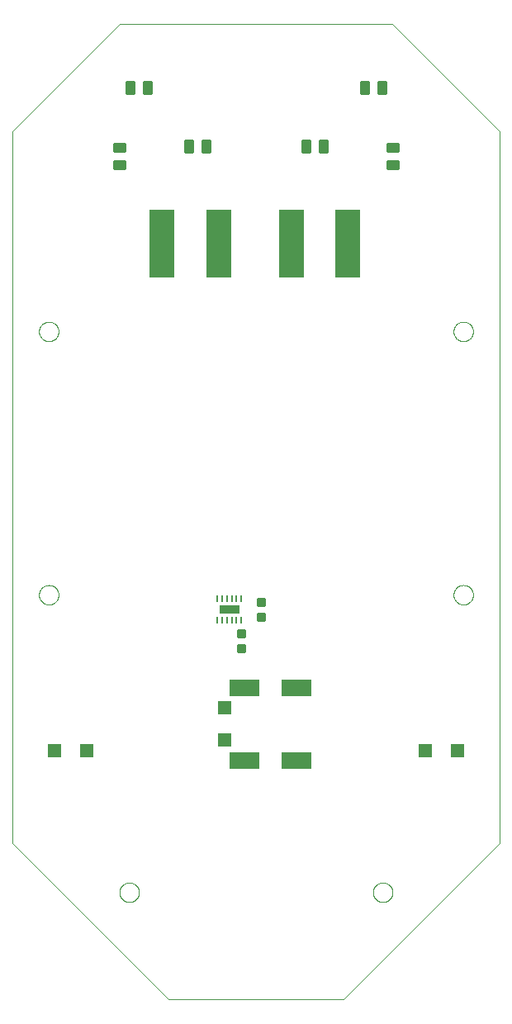
<source format=gtp>
G75*
%MOIN*%
%OFA0B0*%
%FSLAX25Y25*%
%IPPOS*%
%LPD*%
%AMOC8*
5,1,8,0,0,1.08239X$1,22.5*
%
%ADD10C,0.00000*%
%ADD11C,0.01000*%
%ADD12R,0.05500X0.05500*%
%ADD13C,0.00875*%
%ADD14R,0.09843X0.27559*%
%ADD15R,0.00984X0.03150*%
%ADD16R,0.07874X0.03543*%
%ADD17R,0.12000X0.06500*%
D10*
X0064492Y0011220D02*
X0001500Y0074213D01*
X0001500Y0361614D01*
X0044807Y0404921D01*
X0155043Y0404921D01*
X0198350Y0361614D01*
X0198350Y0074213D01*
X0135358Y0011220D01*
X0064492Y0011220D01*
X0044807Y0054528D02*
X0044809Y0054653D01*
X0044815Y0054778D01*
X0044825Y0054902D01*
X0044839Y0055026D01*
X0044856Y0055150D01*
X0044878Y0055273D01*
X0044904Y0055395D01*
X0044933Y0055517D01*
X0044966Y0055637D01*
X0045004Y0055756D01*
X0045044Y0055875D01*
X0045089Y0055991D01*
X0045137Y0056106D01*
X0045189Y0056220D01*
X0045245Y0056332D01*
X0045304Y0056442D01*
X0045366Y0056550D01*
X0045432Y0056657D01*
X0045501Y0056761D01*
X0045574Y0056862D01*
X0045649Y0056962D01*
X0045728Y0057059D01*
X0045810Y0057153D01*
X0045895Y0057245D01*
X0045982Y0057334D01*
X0046073Y0057420D01*
X0046166Y0057503D01*
X0046262Y0057584D01*
X0046360Y0057661D01*
X0046460Y0057735D01*
X0046563Y0057806D01*
X0046668Y0057873D01*
X0046776Y0057938D01*
X0046885Y0057998D01*
X0046996Y0058056D01*
X0047109Y0058109D01*
X0047223Y0058159D01*
X0047339Y0058206D01*
X0047456Y0058248D01*
X0047575Y0058287D01*
X0047695Y0058323D01*
X0047816Y0058354D01*
X0047938Y0058382D01*
X0048060Y0058405D01*
X0048184Y0058425D01*
X0048308Y0058441D01*
X0048432Y0058453D01*
X0048557Y0058461D01*
X0048682Y0058465D01*
X0048806Y0058465D01*
X0048931Y0058461D01*
X0049056Y0058453D01*
X0049180Y0058441D01*
X0049304Y0058425D01*
X0049428Y0058405D01*
X0049550Y0058382D01*
X0049672Y0058354D01*
X0049793Y0058323D01*
X0049913Y0058287D01*
X0050032Y0058248D01*
X0050149Y0058206D01*
X0050265Y0058159D01*
X0050379Y0058109D01*
X0050492Y0058056D01*
X0050603Y0057998D01*
X0050713Y0057938D01*
X0050820Y0057873D01*
X0050925Y0057806D01*
X0051028Y0057735D01*
X0051128Y0057661D01*
X0051226Y0057584D01*
X0051322Y0057503D01*
X0051415Y0057420D01*
X0051506Y0057334D01*
X0051593Y0057245D01*
X0051678Y0057153D01*
X0051760Y0057059D01*
X0051839Y0056962D01*
X0051914Y0056862D01*
X0051987Y0056761D01*
X0052056Y0056657D01*
X0052122Y0056550D01*
X0052184Y0056442D01*
X0052243Y0056332D01*
X0052299Y0056220D01*
X0052351Y0056106D01*
X0052399Y0055991D01*
X0052444Y0055875D01*
X0052484Y0055756D01*
X0052522Y0055637D01*
X0052555Y0055517D01*
X0052584Y0055395D01*
X0052610Y0055273D01*
X0052632Y0055150D01*
X0052649Y0055026D01*
X0052663Y0054902D01*
X0052673Y0054778D01*
X0052679Y0054653D01*
X0052681Y0054528D01*
X0052679Y0054403D01*
X0052673Y0054278D01*
X0052663Y0054154D01*
X0052649Y0054030D01*
X0052632Y0053906D01*
X0052610Y0053783D01*
X0052584Y0053661D01*
X0052555Y0053539D01*
X0052522Y0053419D01*
X0052484Y0053300D01*
X0052444Y0053181D01*
X0052399Y0053065D01*
X0052351Y0052950D01*
X0052299Y0052836D01*
X0052243Y0052724D01*
X0052184Y0052614D01*
X0052122Y0052506D01*
X0052056Y0052399D01*
X0051987Y0052295D01*
X0051914Y0052194D01*
X0051839Y0052094D01*
X0051760Y0051997D01*
X0051678Y0051903D01*
X0051593Y0051811D01*
X0051506Y0051722D01*
X0051415Y0051636D01*
X0051322Y0051553D01*
X0051226Y0051472D01*
X0051128Y0051395D01*
X0051028Y0051321D01*
X0050925Y0051250D01*
X0050820Y0051183D01*
X0050712Y0051118D01*
X0050603Y0051058D01*
X0050492Y0051000D01*
X0050379Y0050947D01*
X0050265Y0050897D01*
X0050149Y0050850D01*
X0050032Y0050808D01*
X0049913Y0050769D01*
X0049793Y0050733D01*
X0049672Y0050702D01*
X0049550Y0050674D01*
X0049428Y0050651D01*
X0049304Y0050631D01*
X0049180Y0050615D01*
X0049056Y0050603D01*
X0048931Y0050595D01*
X0048806Y0050591D01*
X0048682Y0050591D01*
X0048557Y0050595D01*
X0048432Y0050603D01*
X0048308Y0050615D01*
X0048184Y0050631D01*
X0048060Y0050651D01*
X0047938Y0050674D01*
X0047816Y0050702D01*
X0047695Y0050733D01*
X0047575Y0050769D01*
X0047456Y0050808D01*
X0047339Y0050850D01*
X0047223Y0050897D01*
X0047109Y0050947D01*
X0046996Y0051000D01*
X0046885Y0051058D01*
X0046775Y0051118D01*
X0046668Y0051183D01*
X0046563Y0051250D01*
X0046460Y0051321D01*
X0046360Y0051395D01*
X0046262Y0051472D01*
X0046166Y0051553D01*
X0046073Y0051636D01*
X0045982Y0051722D01*
X0045895Y0051811D01*
X0045810Y0051903D01*
X0045728Y0051997D01*
X0045649Y0052094D01*
X0045574Y0052194D01*
X0045501Y0052295D01*
X0045432Y0052399D01*
X0045366Y0052506D01*
X0045304Y0052614D01*
X0045245Y0052724D01*
X0045189Y0052836D01*
X0045137Y0052950D01*
X0045089Y0053065D01*
X0045044Y0053181D01*
X0045004Y0053300D01*
X0044966Y0053419D01*
X0044933Y0053539D01*
X0044904Y0053661D01*
X0044878Y0053783D01*
X0044856Y0053906D01*
X0044839Y0054030D01*
X0044825Y0054154D01*
X0044815Y0054278D01*
X0044809Y0054403D01*
X0044807Y0054528D01*
X0012327Y0174606D02*
X0012329Y0174731D01*
X0012335Y0174856D01*
X0012345Y0174980D01*
X0012359Y0175104D01*
X0012376Y0175228D01*
X0012398Y0175351D01*
X0012424Y0175473D01*
X0012453Y0175595D01*
X0012486Y0175715D01*
X0012524Y0175834D01*
X0012564Y0175953D01*
X0012609Y0176069D01*
X0012657Y0176184D01*
X0012709Y0176298D01*
X0012765Y0176410D01*
X0012824Y0176520D01*
X0012886Y0176628D01*
X0012952Y0176735D01*
X0013021Y0176839D01*
X0013094Y0176940D01*
X0013169Y0177040D01*
X0013248Y0177137D01*
X0013330Y0177231D01*
X0013415Y0177323D01*
X0013502Y0177412D01*
X0013593Y0177498D01*
X0013686Y0177581D01*
X0013782Y0177662D01*
X0013880Y0177739D01*
X0013980Y0177813D01*
X0014083Y0177884D01*
X0014188Y0177951D01*
X0014296Y0178016D01*
X0014405Y0178076D01*
X0014516Y0178134D01*
X0014629Y0178187D01*
X0014743Y0178237D01*
X0014859Y0178284D01*
X0014976Y0178326D01*
X0015095Y0178365D01*
X0015215Y0178401D01*
X0015336Y0178432D01*
X0015458Y0178460D01*
X0015580Y0178483D01*
X0015704Y0178503D01*
X0015828Y0178519D01*
X0015952Y0178531D01*
X0016077Y0178539D01*
X0016202Y0178543D01*
X0016326Y0178543D01*
X0016451Y0178539D01*
X0016576Y0178531D01*
X0016700Y0178519D01*
X0016824Y0178503D01*
X0016948Y0178483D01*
X0017070Y0178460D01*
X0017192Y0178432D01*
X0017313Y0178401D01*
X0017433Y0178365D01*
X0017552Y0178326D01*
X0017669Y0178284D01*
X0017785Y0178237D01*
X0017899Y0178187D01*
X0018012Y0178134D01*
X0018123Y0178076D01*
X0018233Y0178016D01*
X0018340Y0177951D01*
X0018445Y0177884D01*
X0018548Y0177813D01*
X0018648Y0177739D01*
X0018746Y0177662D01*
X0018842Y0177581D01*
X0018935Y0177498D01*
X0019026Y0177412D01*
X0019113Y0177323D01*
X0019198Y0177231D01*
X0019280Y0177137D01*
X0019359Y0177040D01*
X0019434Y0176940D01*
X0019507Y0176839D01*
X0019576Y0176735D01*
X0019642Y0176628D01*
X0019704Y0176520D01*
X0019763Y0176410D01*
X0019819Y0176298D01*
X0019871Y0176184D01*
X0019919Y0176069D01*
X0019964Y0175953D01*
X0020004Y0175834D01*
X0020042Y0175715D01*
X0020075Y0175595D01*
X0020104Y0175473D01*
X0020130Y0175351D01*
X0020152Y0175228D01*
X0020169Y0175104D01*
X0020183Y0174980D01*
X0020193Y0174856D01*
X0020199Y0174731D01*
X0020201Y0174606D01*
X0020199Y0174481D01*
X0020193Y0174356D01*
X0020183Y0174232D01*
X0020169Y0174108D01*
X0020152Y0173984D01*
X0020130Y0173861D01*
X0020104Y0173739D01*
X0020075Y0173617D01*
X0020042Y0173497D01*
X0020004Y0173378D01*
X0019964Y0173259D01*
X0019919Y0173143D01*
X0019871Y0173028D01*
X0019819Y0172914D01*
X0019763Y0172802D01*
X0019704Y0172692D01*
X0019642Y0172584D01*
X0019576Y0172477D01*
X0019507Y0172373D01*
X0019434Y0172272D01*
X0019359Y0172172D01*
X0019280Y0172075D01*
X0019198Y0171981D01*
X0019113Y0171889D01*
X0019026Y0171800D01*
X0018935Y0171714D01*
X0018842Y0171631D01*
X0018746Y0171550D01*
X0018648Y0171473D01*
X0018548Y0171399D01*
X0018445Y0171328D01*
X0018340Y0171261D01*
X0018232Y0171196D01*
X0018123Y0171136D01*
X0018012Y0171078D01*
X0017899Y0171025D01*
X0017785Y0170975D01*
X0017669Y0170928D01*
X0017552Y0170886D01*
X0017433Y0170847D01*
X0017313Y0170811D01*
X0017192Y0170780D01*
X0017070Y0170752D01*
X0016948Y0170729D01*
X0016824Y0170709D01*
X0016700Y0170693D01*
X0016576Y0170681D01*
X0016451Y0170673D01*
X0016326Y0170669D01*
X0016202Y0170669D01*
X0016077Y0170673D01*
X0015952Y0170681D01*
X0015828Y0170693D01*
X0015704Y0170709D01*
X0015580Y0170729D01*
X0015458Y0170752D01*
X0015336Y0170780D01*
X0015215Y0170811D01*
X0015095Y0170847D01*
X0014976Y0170886D01*
X0014859Y0170928D01*
X0014743Y0170975D01*
X0014629Y0171025D01*
X0014516Y0171078D01*
X0014405Y0171136D01*
X0014295Y0171196D01*
X0014188Y0171261D01*
X0014083Y0171328D01*
X0013980Y0171399D01*
X0013880Y0171473D01*
X0013782Y0171550D01*
X0013686Y0171631D01*
X0013593Y0171714D01*
X0013502Y0171800D01*
X0013415Y0171889D01*
X0013330Y0171981D01*
X0013248Y0172075D01*
X0013169Y0172172D01*
X0013094Y0172272D01*
X0013021Y0172373D01*
X0012952Y0172477D01*
X0012886Y0172584D01*
X0012824Y0172692D01*
X0012765Y0172802D01*
X0012709Y0172914D01*
X0012657Y0173028D01*
X0012609Y0173143D01*
X0012564Y0173259D01*
X0012524Y0173378D01*
X0012486Y0173497D01*
X0012453Y0173617D01*
X0012424Y0173739D01*
X0012398Y0173861D01*
X0012376Y0173984D01*
X0012359Y0174108D01*
X0012345Y0174232D01*
X0012335Y0174356D01*
X0012329Y0174481D01*
X0012327Y0174606D01*
X0012327Y0280906D02*
X0012329Y0281031D01*
X0012335Y0281156D01*
X0012345Y0281280D01*
X0012359Y0281404D01*
X0012376Y0281528D01*
X0012398Y0281651D01*
X0012424Y0281773D01*
X0012453Y0281895D01*
X0012486Y0282015D01*
X0012524Y0282134D01*
X0012564Y0282253D01*
X0012609Y0282369D01*
X0012657Y0282484D01*
X0012709Y0282598D01*
X0012765Y0282710D01*
X0012824Y0282820D01*
X0012886Y0282928D01*
X0012952Y0283035D01*
X0013021Y0283139D01*
X0013094Y0283240D01*
X0013169Y0283340D01*
X0013248Y0283437D01*
X0013330Y0283531D01*
X0013415Y0283623D01*
X0013502Y0283712D01*
X0013593Y0283798D01*
X0013686Y0283881D01*
X0013782Y0283962D01*
X0013880Y0284039D01*
X0013980Y0284113D01*
X0014083Y0284184D01*
X0014188Y0284251D01*
X0014296Y0284316D01*
X0014405Y0284376D01*
X0014516Y0284434D01*
X0014629Y0284487D01*
X0014743Y0284537D01*
X0014859Y0284584D01*
X0014976Y0284626D01*
X0015095Y0284665D01*
X0015215Y0284701D01*
X0015336Y0284732D01*
X0015458Y0284760D01*
X0015580Y0284783D01*
X0015704Y0284803D01*
X0015828Y0284819D01*
X0015952Y0284831D01*
X0016077Y0284839D01*
X0016202Y0284843D01*
X0016326Y0284843D01*
X0016451Y0284839D01*
X0016576Y0284831D01*
X0016700Y0284819D01*
X0016824Y0284803D01*
X0016948Y0284783D01*
X0017070Y0284760D01*
X0017192Y0284732D01*
X0017313Y0284701D01*
X0017433Y0284665D01*
X0017552Y0284626D01*
X0017669Y0284584D01*
X0017785Y0284537D01*
X0017899Y0284487D01*
X0018012Y0284434D01*
X0018123Y0284376D01*
X0018233Y0284316D01*
X0018340Y0284251D01*
X0018445Y0284184D01*
X0018548Y0284113D01*
X0018648Y0284039D01*
X0018746Y0283962D01*
X0018842Y0283881D01*
X0018935Y0283798D01*
X0019026Y0283712D01*
X0019113Y0283623D01*
X0019198Y0283531D01*
X0019280Y0283437D01*
X0019359Y0283340D01*
X0019434Y0283240D01*
X0019507Y0283139D01*
X0019576Y0283035D01*
X0019642Y0282928D01*
X0019704Y0282820D01*
X0019763Y0282710D01*
X0019819Y0282598D01*
X0019871Y0282484D01*
X0019919Y0282369D01*
X0019964Y0282253D01*
X0020004Y0282134D01*
X0020042Y0282015D01*
X0020075Y0281895D01*
X0020104Y0281773D01*
X0020130Y0281651D01*
X0020152Y0281528D01*
X0020169Y0281404D01*
X0020183Y0281280D01*
X0020193Y0281156D01*
X0020199Y0281031D01*
X0020201Y0280906D01*
X0020199Y0280781D01*
X0020193Y0280656D01*
X0020183Y0280532D01*
X0020169Y0280408D01*
X0020152Y0280284D01*
X0020130Y0280161D01*
X0020104Y0280039D01*
X0020075Y0279917D01*
X0020042Y0279797D01*
X0020004Y0279678D01*
X0019964Y0279559D01*
X0019919Y0279443D01*
X0019871Y0279328D01*
X0019819Y0279214D01*
X0019763Y0279102D01*
X0019704Y0278992D01*
X0019642Y0278884D01*
X0019576Y0278777D01*
X0019507Y0278673D01*
X0019434Y0278572D01*
X0019359Y0278472D01*
X0019280Y0278375D01*
X0019198Y0278281D01*
X0019113Y0278189D01*
X0019026Y0278100D01*
X0018935Y0278014D01*
X0018842Y0277931D01*
X0018746Y0277850D01*
X0018648Y0277773D01*
X0018548Y0277699D01*
X0018445Y0277628D01*
X0018340Y0277561D01*
X0018232Y0277496D01*
X0018123Y0277436D01*
X0018012Y0277378D01*
X0017899Y0277325D01*
X0017785Y0277275D01*
X0017669Y0277228D01*
X0017552Y0277186D01*
X0017433Y0277147D01*
X0017313Y0277111D01*
X0017192Y0277080D01*
X0017070Y0277052D01*
X0016948Y0277029D01*
X0016824Y0277009D01*
X0016700Y0276993D01*
X0016576Y0276981D01*
X0016451Y0276973D01*
X0016326Y0276969D01*
X0016202Y0276969D01*
X0016077Y0276973D01*
X0015952Y0276981D01*
X0015828Y0276993D01*
X0015704Y0277009D01*
X0015580Y0277029D01*
X0015458Y0277052D01*
X0015336Y0277080D01*
X0015215Y0277111D01*
X0015095Y0277147D01*
X0014976Y0277186D01*
X0014859Y0277228D01*
X0014743Y0277275D01*
X0014629Y0277325D01*
X0014516Y0277378D01*
X0014405Y0277436D01*
X0014295Y0277496D01*
X0014188Y0277561D01*
X0014083Y0277628D01*
X0013980Y0277699D01*
X0013880Y0277773D01*
X0013782Y0277850D01*
X0013686Y0277931D01*
X0013593Y0278014D01*
X0013502Y0278100D01*
X0013415Y0278189D01*
X0013330Y0278281D01*
X0013248Y0278375D01*
X0013169Y0278472D01*
X0013094Y0278572D01*
X0013021Y0278673D01*
X0012952Y0278777D01*
X0012886Y0278884D01*
X0012824Y0278992D01*
X0012765Y0279102D01*
X0012709Y0279214D01*
X0012657Y0279328D01*
X0012609Y0279443D01*
X0012564Y0279559D01*
X0012524Y0279678D01*
X0012486Y0279797D01*
X0012453Y0279917D01*
X0012424Y0280039D01*
X0012398Y0280161D01*
X0012376Y0280284D01*
X0012359Y0280408D01*
X0012345Y0280532D01*
X0012335Y0280656D01*
X0012329Y0280781D01*
X0012327Y0280906D01*
X0147169Y0054528D02*
X0147171Y0054653D01*
X0147177Y0054778D01*
X0147187Y0054902D01*
X0147201Y0055026D01*
X0147218Y0055150D01*
X0147240Y0055273D01*
X0147266Y0055395D01*
X0147295Y0055517D01*
X0147328Y0055637D01*
X0147366Y0055756D01*
X0147406Y0055875D01*
X0147451Y0055991D01*
X0147499Y0056106D01*
X0147551Y0056220D01*
X0147607Y0056332D01*
X0147666Y0056442D01*
X0147728Y0056550D01*
X0147794Y0056657D01*
X0147863Y0056761D01*
X0147936Y0056862D01*
X0148011Y0056962D01*
X0148090Y0057059D01*
X0148172Y0057153D01*
X0148257Y0057245D01*
X0148344Y0057334D01*
X0148435Y0057420D01*
X0148528Y0057503D01*
X0148624Y0057584D01*
X0148722Y0057661D01*
X0148822Y0057735D01*
X0148925Y0057806D01*
X0149030Y0057873D01*
X0149138Y0057938D01*
X0149247Y0057998D01*
X0149358Y0058056D01*
X0149471Y0058109D01*
X0149585Y0058159D01*
X0149701Y0058206D01*
X0149818Y0058248D01*
X0149937Y0058287D01*
X0150057Y0058323D01*
X0150178Y0058354D01*
X0150300Y0058382D01*
X0150422Y0058405D01*
X0150546Y0058425D01*
X0150670Y0058441D01*
X0150794Y0058453D01*
X0150919Y0058461D01*
X0151044Y0058465D01*
X0151168Y0058465D01*
X0151293Y0058461D01*
X0151418Y0058453D01*
X0151542Y0058441D01*
X0151666Y0058425D01*
X0151790Y0058405D01*
X0151912Y0058382D01*
X0152034Y0058354D01*
X0152155Y0058323D01*
X0152275Y0058287D01*
X0152394Y0058248D01*
X0152511Y0058206D01*
X0152627Y0058159D01*
X0152741Y0058109D01*
X0152854Y0058056D01*
X0152965Y0057998D01*
X0153075Y0057938D01*
X0153182Y0057873D01*
X0153287Y0057806D01*
X0153390Y0057735D01*
X0153490Y0057661D01*
X0153588Y0057584D01*
X0153684Y0057503D01*
X0153777Y0057420D01*
X0153868Y0057334D01*
X0153955Y0057245D01*
X0154040Y0057153D01*
X0154122Y0057059D01*
X0154201Y0056962D01*
X0154276Y0056862D01*
X0154349Y0056761D01*
X0154418Y0056657D01*
X0154484Y0056550D01*
X0154546Y0056442D01*
X0154605Y0056332D01*
X0154661Y0056220D01*
X0154713Y0056106D01*
X0154761Y0055991D01*
X0154806Y0055875D01*
X0154846Y0055756D01*
X0154884Y0055637D01*
X0154917Y0055517D01*
X0154946Y0055395D01*
X0154972Y0055273D01*
X0154994Y0055150D01*
X0155011Y0055026D01*
X0155025Y0054902D01*
X0155035Y0054778D01*
X0155041Y0054653D01*
X0155043Y0054528D01*
X0155041Y0054403D01*
X0155035Y0054278D01*
X0155025Y0054154D01*
X0155011Y0054030D01*
X0154994Y0053906D01*
X0154972Y0053783D01*
X0154946Y0053661D01*
X0154917Y0053539D01*
X0154884Y0053419D01*
X0154846Y0053300D01*
X0154806Y0053181D01*
X0154761Y0053065D01*
X0154713Y0052950D01*
X0154661Y0052836D01*
X0154605Y0052724D01*
X0154546Y0052614D01*
X0154484Y0052506D01*
X0154418Y0052399D01*
X0154349Y0052295D01*
X0154276Y0052194D01*
X0154201Y0052094D01*
X0154122Y0051997D01*
X0154040Y0051903D01*
X0153955Y0051811D01*
X0153868Y0051722D01*
X0153777Y0051636D01*
X0153684Y0051553D01*
X0153588Y0051472D01*
X0153490Y0051395D01*
X0153390Y0051321D01*
X0153287Y0051250D01*
X0153182Y0051183D01*
X0153074Y0051118D01*
X0152965Y0051058D01*
X0152854Y0051000D01*
X0152741Y0050947D01*
X0152627Y0050897D01*
X0152511Y0050850D01*
X0152394Y0050808D01*
X0152275Y0050769D01*
X0152155Y0050733D01*
X0152034Y0050702D01*
X0151912Y0050674D01*
X0151790Y0050651D01*
X0151666Y0050631D01*
X0151542Y0050615D01*
X0151418Y0050603D01*
X0151293Y0050595D01*
X0151168Y0050591D01*
X0151044Y0050591D01*
X0150919Y0050595D01*
X0150794Y0050603D01*
X0150670Y0050615D01*
X0150546Y0050631D01*
X0150422Y0050651D01*
X0150300Y0050674D01*
X0150178Y0050702D01*
X0150057Y0050733D01*
X0149937Y0050769D01*
X0149818Y0050808D01*
X0149701Y0050850D01*
X0149585Y0050897D01*
X0149471Y0050947D01*
X0149358Y0051000D01*
X0149247Y0051058D01*
X0149137Y0051118D01*
X0149030Y0051183D01*
X0148925Y0051250D01*
X0148822Y0051321D01*
X0148722Y0051395D01*
X0148624Y0051472D01*
X0148528Y0051553D01*
X0148435Y0051636D01*
X0148344Y0051722D01*
X0148257Y0051811D01*
X0148172Y0051903D01*
X0148090Y0051997D01*
X0148011Y0052094D01*
X0147936Y0052194D01*
X0147863Y0052295D01*
X0147794Y0052399D01*
X0147728Y0052506D01*
X0147666Y0052614D01*
X0147607Y0052724D01*
X0147551Y0052836D01*
X0147499Y0052950D01*
X0147451Y0053065D01*
X0147406Y0053181D01*
X0147366Y0053300D01*
X0147328Y0053419D01*
X0147295Y0053539D01*
X0147266Y0053661D01*
X0147240Y0053783D01*
X0147218Y0053906D01*
X0147201Y0054030D01*
X0147187Y0054154D01*
X0147177Y0054278D01*
X0147171Y0054403D01*
X0147169Y0054528D01*
X0179650Y0174606D02*
X0179652Y0174731D01*
X0179658Y0174856D01*
X0179668Y0174980D01*
X0179682Y0175104D01*
X0179699Y0175228D01*
X0179721Y0175351D01*
X0179747Y0175473D01*
X0179776Y0175595D01*
X0179809Y0175715D01*
X0179847Y0175834D01*
X0179887Y0175953D01*
X0179932Y0176069D01*
X0179980Y0176184D01*
X0180032Y0176298D01*
X0180088Y0176410D01*
X0180147Y0176520D01*
X0180209Y0176628D01*
X0180275Y0176735D01*
X0180344Y0176839D01*
X0180417Y0176940D01*
X0180492Y0177040D01*
X0180571Y0177137D01*
X0180653Y0177231D01*
X0180738Y0177323D01*
X0180825Y0177412D01*
X0180916Y0177498D01*
X0181009Y0177581D01*
X0181105Y0177662D01*
X0181203Y0177739D01*
X0181303Y0177813D01*
X0181406Y0177884D01*
X0181511Y0177951D01*
X0181619Y0178016D01*
X0181728Y0178076D01*
X0181839Y0178134D01*
X0181952Y0178187D01*
X0182066Y0178237D01*
X0182182Y0178284D01*
X0182299Y0178326D01*
X0182418Y0178365D01*
X0182538Y0178401D01*
X0182659Y0178432D01*
X0182781Y0178460D01*
X0182903Y0178483D01*
X0183027Y0178503D01*
X0183151Y0178519D01*
X0183275Y0178531D01*
X0183400Y0178539D01*
X0183525Y0178543D01*
X0183649Y0178543D01*
X0183774Y0178539D01*
X0183899Y0178531D01*
X0184023Y0178519D01*
X0184147Y0178503D01*
X0184271Y0178483D01*
X0184393Y0178460D01*
X0184515Y0178432D01*
X0184636Y0178401D01*
X0184756Y0178365D01*
X0184875Y0178326D01*
X0184992Y0178284D01*
X0185108Y0178237D01*
X0185222Y0178187D01*
X0185335Y0178134D01*
X0185446Y0178076D01*
X0185556Y0178016D01*
X0185663Y0177951D01*
X0185768Y0177884D01*
X0185871Y0177813D01*
X0185971Y0177739D01*
X0186069Y0177662D01*
X0186165Y0177581D01*
X0186258Y0177498D01*
X0186349Y0177412D01*
X0186436Y0177323D01*
X0186521Y0177231D01*
X0186603Y0177137D01*
X0186682Y0177040D01*
X0186757Y0176940D01*
X0186830Y0176839D01*
X0186899Y0176735D01*
X0186965Y0176628D01*
X0187027Y0176520D01*
X0187086Y0176410D01*
X0187142Y0176298D01*
X0187194Y0176184D01*
X0187242Y0176069D01*
X0187287Y0175953D01*
X0187327Y0175834D01*
X0187365Y0175715D01*
X0187398Y0175595D01*
X0187427Y0175473D01*
X0187453Y0175351D01*
X0187475Y0175228D01*
X0187492Y0175104D01*
X0187506Y0174980D01*
X0187516Y0174856D01*
X0187522Y0174731D01*
X0187524Y0174606D01*
X0187522Y0174481D01*
X0187516Y0174356D01*
X0187506Y0174232D01*
X0187492Y0174108D01*
X0187475Y0173984D01*
X0187453Y0173861D01*
X0187427Y0173739D01*
X0187398Y0173617D01*
X0187365Y0173497D01*
X0187327Y0173378D01*
X0187287Y0173259D01*
X0187242Y0173143D01*
X0187194Y0173028D01*
X0187142Y0172914D01*
X0187086Y0172802D01*
X0187027Y0172692D01*
X0186965Y0172584D01*
X0186899Y0172477D01*
X0186830Y0172373D01*
X0186757Y0172272D01*
X0186682Y0172172D01*
X0186603Y0172075D01*
X0186521Y0171981D01*
X0186436Y0171889D01*
X0186349Y0171800D01*
X0186258Y0171714D01*
X0186165Y0171631D01*
X0186069Y0171550D01*
X0185971Y0171473D01*
X0185871Y0171399D01*
X0185768Y0171328D01*
X0185663Y0171261D01*
X0185555Y0171196D01*
X0185446Y0171136D01*
X0185335Y0171078D01*
X0185222Y0171025D01*
X0185108Y0170975D01*
X0184992Y0170928D01*
X0184875Y0170886D01*
X0184756Y0170847D01*
X0184636Y0170811D01*
X0184515Y0170780D01*
X0184393Y0170752D01*
X0184271Y0170729D01*
X0184147Y0170709D01*
X0184023Y0170693D01*
X0183899Y0170681D01*
X0183774Y0170673D01*
X0183649Y0170669D01*
X0183525Y0170669D01*
X0183400Y0170673D01*
X0183275Y0170681D01*
X0183151Y0170693D01*
X0183027Y0170709D01*
X0182903Y0170729D01*
X0182781Y0170752D01*
X0182659Y0170780D01*
X0182538Y0170811D01*
X0182418Y0170847D01*
X0182299Y0170886D01*
X0182182Y0170928D01*
X0182066Y0170975D01*
X0181952Y0171025D01*
X0181839Y0171078D01*
X0181728Y0171136D01*
X0181618Y0171196D01*
X0181511Y0171261D01*
X0181406Y0171328D01*
X0181303Y0171399D01*
X0181203Y0171473D01*
X0181105Y0171550D01*
X0181009Y0171631D01*
X0180916Y0171714D01*
X0180825Y0171800D01*
X0180738Y0171889D01*
X0180653Y0171981D01*
X0180571Y0172075D01*
X0180492Y0172172D01*
X0180417Y0172272D01*
X0180344Y0172373D01*
X0180275Y0172477D01*
X0180209Y0172584D01*
X0180147Y0172692D01*
X0180088Y0172802D01*
X0180032Y0172914D01*
X0179980Y0173028D01*
X0179932Y0173143D01*
X0179887Y0173259D01*
X0179847Y0173378D01*
X0179809Y0173497D01*
X0179776Y0173617D01*
X0179747Y0173739D01*
X0179721Y0173861D01*
X0179699Y0173984D01*
X0179682Y0174108D01*
X0179668Y0174232D01*
X0179658Y0174356D01*
X0179652Y0174481D01*
X0179650Y0174606D01*
X0179650Y0280906D02*
X0179652Y0281031D01*
X0179658Y0281156D01*
X0179668Y0281280D01*
X0179682Y0281404D01*
X0179699Y0281528D01*
X0179721Y0281651D01*
X0179747Y0281773D01*
X0179776Y0281895D01*
X0179809Y0282015D01*
X0179847Y0282134D01*
X0179887Y0282253D01*
X0179932Y0282369D01*
X0179980Y0282484D01*
X0180032Y0282598D01*
X0180088Y0282710D01*
X0180147Y0282820D01*
X0180209Y0282928D01*
X0180275Y0283035D01*
X0180344Y0283139D01*
X0180417Y0283240D01*
X0180492Y0283340D01*
X0180571Y0283437D01*
X0180653Y0283531D01*
X0180738Y0283623D01*
X0180825Y0283712D01*
X0180916Y0283798D01*
X0181009Y0283881D01*
X0181105Y0283962D01*
X0181203Y0284039D01*
X0181303Y0284113D01*
X0181406Y0284184D01*
X0181511Y0284251D01*
X0181619Y0284316D01*
X0181728Y0284376D01*
X0181839Y0284434D01*
X0181952Y0284487D01*
X0182066Y0284537D01*
X0182182Y0284584D01*
X0182299Y0284626D01*
X0182418Y0284665D01*
X0182538Y0284701D01*
X0182659Y0284732D01*
X0182781Y0284760D01*
X0182903Y0284783D01*
X0183027Y0284803D01*
X0183151Y0284819D01*
X0183275Y0284831D01*
X0183400Y0284839D01*
X0183525Y0284843D01*
X0183649Y0284843D01*
X0183774Y0284839D01*
X0183899Y0284831D01*
X0184023Y0284819D01*
X0184147Y0284803D01*
X0184271Y0284783D01*
X0184393Y0284760D01*
X0184515Y0284732D01*
X0184636Y0284701D01*
X0184756Y0284665D01*
X0184875Y0284626D01*
X0184992Y0284584D01*
X0185108Y0284537D01*
X0185222Y0284487D01*
X0185335Y0284434D01*
X0185446Y0284376D01*
X0185556Y0284316D01*
X0185663Y0284251D01*
X0185768Y0284184D01*
X0185871Y0284113D01*
X0185971Y0284039D01*
X0186069Y0283962D01*
X0186165Y0283881D01*
X0186258Y0283798D01*
X0186349Y0283712D01*
X0186436Y0283623D01*
X0186521Y0283531D01*
X0186603Y0283437D01*
X0186682Y0283340D01*
X0186757Y0283240D01*
X0186830Y0283139D01*
X0186899Y0283035D01*
X0186965Y0282928D01*
X0187027Y0282820D01*
X0187086Y0282710D01*
X0187142Y0282598D01*
X0187194Y0282484D01*
X0187242Y0282369D01*
X0187287Y0282253D01*
X0187327Y0282134D01*
X0187365Y0282015D01*
X0187398Y0281895D01*
X0187427Y0281773D01*
X0187453Y0281651D01*
X0187475Y0281528D01*
X0187492Y0281404D01*
X0187506Y0281280D01*
X0187516Y0281156D01*
X0187522Y0281031D01*
X0187524Y0280906D01*
X0187522Y0280781D01*
X0187516Y0280656D01*
X0187506Y0280532D01*
X0187492Y0280408D01*
X0187475Y0280284D01*
X0187453Y0280161D01*
X0187427Y0280039D01*
X0187398Y0279917D01*
X0187365Y0279797D01*
X0187327Y0279678D01*
X0187287Y0279559D01*
X0187242Y0279443D01*
X0187194Y0279328D01*
X0187142Y0279214D01*
X0187086Y0279102D01*
X0187027Y0278992D01*
X0186965Y0278884D01*
X0186899Y0278777D01*
X0186830Y0278673D01*
X0186757Y0278572D01*
X0186682Y0278472D01*
X0186603Y0278375D01*
X0186521Y0278281D01*
X0186436Y0278189D01*
X0186349Y0278100D01*
X0186258Y0278014D01*
X0186165Y0277931D01*
X0186069Y0277850D01*
X0185971Y0277773D01*
X0185871Y0277699D01*
X0185768Y0277628D01*
X0185663Y0277561D01*
X0185555Y0277496D01*
X0185446Y0277436D01*
X0185335Y0277378D01*
X0185222Y0277325D01*
X0185108Y0277275D01*
X0184992Y0277228D01*
X0184875Y0277186D01*
X0184756Y0277147D01*
X0184636Y0277111D01*
X0184515Y0277080D01*
X0184393Y0277052D01*
X0184271Y0277029D01*
X0184147Y0277009D01*
X0184023Y0276993D01*
X0183899Y0276981D01*
X0183774Y0276973D01*
X0183649Y0276969D01*
X0183525Y0276969D01*
X0183400Y0276973D01*
X0183275Y0276981D01*
X0183151Y0276993D01*
X0183027Y0277009D01*
X0182903Y0277029D01*
X0182781Y0277052D01*
X0182659Y0277080D01*
X0182538Y0277111D01*
X0182418Y0277147D01*
X0182299Y0277186D01*
X0182182Y0277228D01*
X0182066Y0277275D01*
X0181952Y0277325D01*
X0181839Y0277378D01*
X0181728Y0277436D01*
X0181618Y0277496D01*
X0181511Y0277561D01*
X0181406Y0277628D01*
X0181303Y0277699D01*
X0181203Y0277773D01*
X0181105Y0277850D01*
X0181009Y0277931D01*
X0180916Y0278014D01*
X0180825Y0278100D01*
X0180738Y0278189D01*
X0180653Y0278281D01*
X0180571Y0278375D01*
X0180492Y0278472D01*
X0180417Y0278572D01*
X0180344Y0278673D01*
X0180275Y0278777D01*
X0180209Y0278884D01*
X0180147Y0278992D01*
X0180088Y0279102D01*
X0180032Y0279214D01*
X0179980Y0279328D01*
X0179932Y0279443D01*
X0179887Y0279559D01*
X0179847Y0279678D01*
X0179809Y0279797D01*
X0179776Y0279917D01*
X0179747Y0280039D01*
X0179721Y0280161D01*
X0179699Y0280284D01*
X0179682Y0280408D01*
X0179668Y0280532D01*
X0179658Y0280656D01*
X0179652Y0280781D01*
X0179650Y0280906D01*
D11*
X0152793Y0346772D02*
X0152793Y0349772D01*
X0157293Y0349772D01*
X0157293Y0346772D01*
X0152793Y0346772D01*
X0152793Y0347771D02*
X0157293Y0347771D01*
X0157293Y0348770D02*
X0152793Y0348770D01*
X0152793Y0349769D02*
X0157293Y0349769D01*
X0152793Y0353772D02*
X0152793Y0356772D01*
X0157293Y0356772D01*
X0157293Y0353772D01*
X0152793Y0353772D01*
X0152793Y0354771D02*
X0157293Y0354771D01*
X0157293Y0355770D02*
X0152793Y0355770D01*
X0152793Y0356769D02*
X0157293Y0356769D01*
X0152169Y0381581D02*
X0149169Y0381581D01*
X0152169Y0381581D02*
X0152169Y0377081D01*
X0149169Y0377081D01*
X0149169Y0381581D01*
X0149169Y0378080D02*
X0152169Y0378080D01*
X0152169Y0379079D02*
X0149169Y0379079D01*
X0149169Y0380078D02*
X0152169Y0380078D01*
X0152169Y0381077D02*
X0149169Y0381077D01*
X0145169Y0381581D02*
X0142169Y0381581D01*
X0145169Y0381581D02*
X0145169Y0377081D01*
X0142169Y0377081D01*
X0142169Y0381581D01*
X0142169Y0378080D02*
X0145169Y0378080D01*
X0145169Y0379079D02*
X0142169Y0379079D01*
X0142169Y0380078D02*
X0145169Y0380078D01*
X0145169Y0381077D02*
X0142169Y0381077D01*
X0128547Y0353459D02*
X0125547Y0353459D01*
X0125547Y0357959D01*
X0128547Y0357959D01*
X0128547Y0353459D01*
X0128547Y0354458D02*
X0125547Y0354458D01*
X0125547Y0355457D02*
X0128547Y0355457D01*
X0128547Y0356456D02*
X0125547Y0356456D01*
X0125547Y0357455D02*
X0128547Y0357455D01*
X0121547Y0353459D02*
X0118547Y0353459D01*
X0118547Y0357959D01*
X0121547Y0357959D01*
X0121547Y0353459D01*
X0121547Y0354458D02*
X0118547Y0354458D01*
X0118547Y0355457D02*
X0121547Y0355457D01*
X0121547Y0356456D02*
X0118547Y0356456D01*
X0118547Y0357455D02*
X0121547Y0357455D01*
X0081303Y0353459D02*
X0078303Y0353459D01*
X0078303Y0357959D01*
X0081303Y0357959D01*
X0081303Y0353459D01*
X0081303Y0354458D02*
X0078303Y0354458D01*
X0078303Y0355457D02*
X0081303Y0355457D01*
X0081303Y0356456D02*
X0078303Y0356456D01*
X0078303Y0357455D02*
X0081303Y0357455D01*
X0074303Y0353459D02*
X0071303Y0353459D01*
X0071303Y0357959D01*
X0074303Y0357959D01*
X0074303Y0353459D01*
X0074303Y0354458D02*
X0071303Y0354458D01*
X0071303Y0355457D02*
X0074303Y0355457D01*
X0074303Y0356456D02*
X0071303Y0356456D01*
X0071303Y0357455D02*
X0074303Y0357455D01*
X0057681Y0377081D02*
X0054681Y0377081D01*
X0054681Y0381581D01*
X0057681Y0381581D01*
X0057681Y0377081D01*
X0057681Y0378080D02*
X0054681Y0378080D01*
X0054681Y0379079D02*
X0057681Y0379079D01*
X0057681Y0380078D02*
X0054681Y0380078D01*
X0054681Y0381077D02*
X0057681Y0381077D01*
X0050681Y0377081D02*
X0047681Y0377081D01*
X0047681Y0381581D01*
X0050681Y0381581D01*
X0050681Y0377081D01*
X0050681Y0378080D02*
X0047681Y0378080D01*
X0047681Y0379079D02*
X0050681Y0379079D01*
X0050681Y0380078D02*
X0047681Y0380078D01*
X0047681Y0381077D02*
X0050681Y0381077D01*
X0042557Y0356772D02*
X0042557Y0353772D01*
X0042557Y0356772D02*
X0047057Y0356772D01*
X0047057Y0353772D01*
X0042557Y0353772D01*
X0042557Y0354771D02*
X0047057Y0354771D01*
X0047057Y0355770D02*
X0042557Y0355770D01*
X0042557Y0356769D02*
X0047057Y0356769D01*
X0042557Y0349772D02*
X0042557Y0346772D01*
X0042557Y0349772D02*
X0047057Y0349772D01*
X0047057Y0346772D01*
X0042557Y0346772D01*
X0042557Y0347771D02*
X0047057Y0347771D01*
X0047057Y0348770D02*
X0042557Y0348770D01*
X0042557Y0349769D02*
X0047057Y0349769D01*
D12*
X0087130Y0128941D03*
X0087130Y0115941D03*
X0031622Y0111614D03*
X0018622Y0111614D03*
X0168228Y0111614D03*
X0181228Y0111614D03*
D13*
X0100581Y0164388D02*
X0100581Y0167014D01*
X0103207Y0167014D01*
X0103207Y0164388D01*
X0100581Y0164388D01*
X0100581Y0165262D02*
X0103207Y0165262D01*
X0103207Y0166136D02*
X0100581Y0166136D01*
X0100581Y0167010D02*
X0103207Y0167010D01*
X0100581Y0170388D02*
X0100581Y0173014D01*
X0103207Y0173014D01*
X0103207Y0170388D01*
X0100581Y0170388D01*
X0100581Y0171262D02*
X0103207Y0171262D01*
X0103207Y0172136D02*
X0100581Y0172136D01*
X0100581Y0173010D02*
X0103207Y0173010D01*
X0092707Y0160219D02*
X0092707Y0157593D01*
X0092707Y0160219D02*
X0095333Y0160219D01*
X0095333Y0157593D01*
X0092707Y0157593D01*
X0092707Y0158467D02*
X0095333Y0158467D01*
X0095333Y0159341D02*
X0092707Y0159341D01*
X0092707Y0160215D02*
X0095333Y0160215D01*
X0092707Y0154219D02*
X0092707Y0151593D01*
X0092707Y0154219D02*
X0095333Y0154219D01*
X0095333Y0151593D01*
X0092707Y0151593D01*
X0092707Y0152467D02*
X0095333Y0152467D01*
X0095333Y0153341D02*
X0092707Y0153341D01*
X0092707Y0154215D02*
X0095333Y0154215D01*
D14*
X0084768Y0316339D03*
X0061933Y0316339D03*
X0114098Y0316339D03*
X0136933Y0316339D03*
D15*
X0094020Y0173031D03*
X0092051Y0173031D03*
X0090083Y0173031D03*
X0088114Y0173031D03*
X0086146Y0173031D03*
X0084177Y0173031D03*
X0084177Y0164370D03*
X0086146Y0164370D03*
X0088114Y0164370D03*
X0090083Y0164370D03*
X0092051Y0164370D03*
X0094020Y0164370D03*
D16*
X0089098Y0168701D03*
D17*
X0095331Y0137205D03*
X0095331Y0107677D03*
X0116331Y0107677D03*
X0116331Y0137205D03*
M02*

</source>
